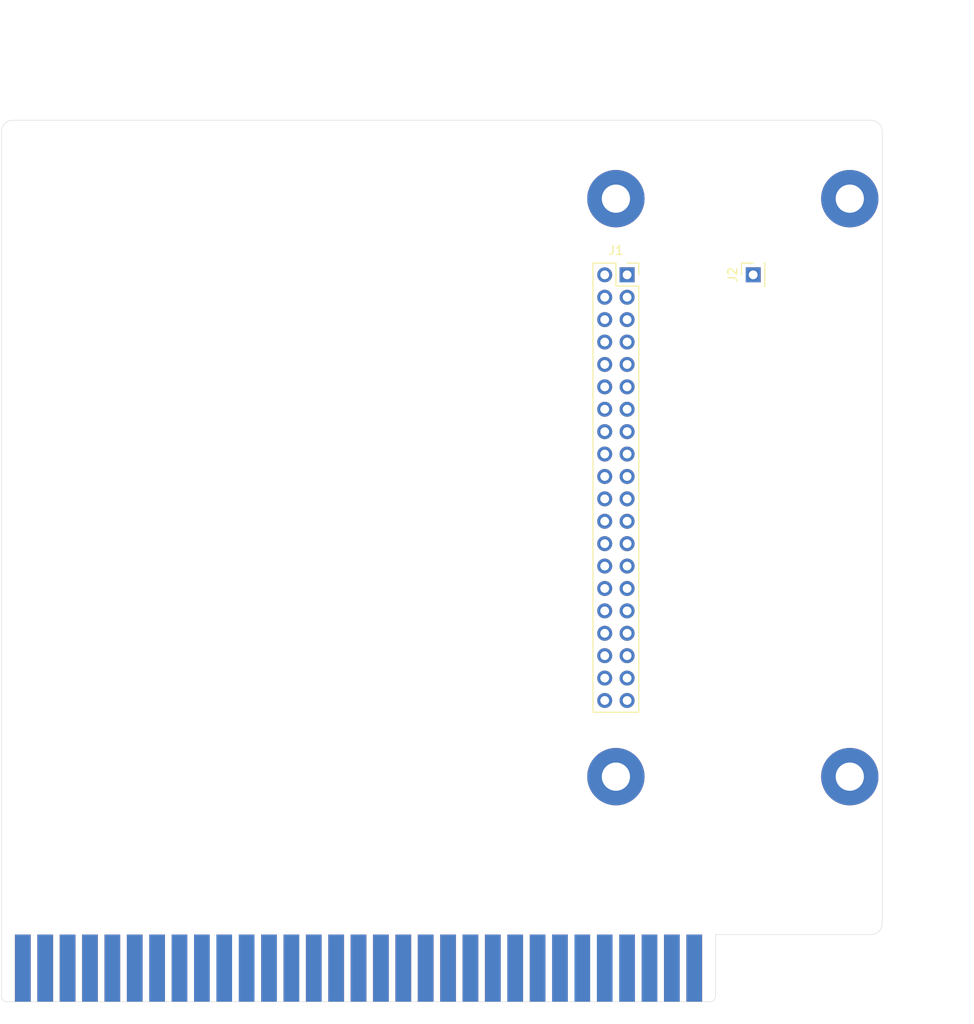
<source format=kicad_pcb>
(kicad_pcb (version 20171130) (host pcbnew "(5.1.9)-1")

  (general
    (thickness 1.6)
    (drawings 26)
    (tracks 0)
    (zones 0)
    (modules 7)
    (nets 104)
  )

  (page A4)
  (layers
    (0 F.Cu signal)
    (31 B.Cu signal)
    (32 B.Adhes user)
    (33 F.Adhes user)
    (34 B.Paste user)
    (35 F.Paste user)
    (36 B.SilkS user)
    (37 F.SilkS user)
    (38 B.Mask user)
    (39 F.Mask user)
    (40 Dwgs.User user)
    (41 Cmts.User user)
    (42 Eco1.User user)
    (43 Eco2.User user)
    (44 Edge.Cuts user)
    (45 Margin user)
    (46 B.CrtYd user)
    (47 F.CrtYd user)
    (48 B.Fab user)
    (49 F.Fab user)
  )

  (setup
    (last_trace_width 0.25)
    (trace_clearance 0.2)
    (zone_clearance 0.508)
    (zone_45_only no)
    (trace_min 0.2)
    (via_size 0.8)
    (via_drill 0.4)
    (via_min_size 0.4)
    (via_min_drill 0.3)
    (uvia_size 0.3)
    (uvia_drill 0.1)
    (uvias_allowed no)
    (uvia_min_size 0.2)
    (uvia_min_drill 0.1)
    (edge_width 0.05)
    (segment_width 0.2)
    (pcb_text_width 0.3)
    (pcb_text_size 1.5 1.5)
    (mod_edge_width 0.12)
    (mod_text_size 1 1)
    (mod_text_width 0.15)
    (pad_size 6.5 6.5)
    (pad_drill 3.2)
    (pad_to_mask_clearance 0)
    (aux_axis_origin 0 0)
    (visible_elements 7FFFFFFF)
    (pcbplotparams
      (layerselection 0x010fc_ffffffff)
      (usegerberextensions false)
      (usegerberattributes true)
      (usegerberadvancedattributes true)
      (creategerberjobfile true)
      (excludeedgelayer true)
      (linewidth 0.100000)
      (plotframeref false)
      (viasonmask false)
      (mode 1)
      (useauxorigin false)
      (hpglpennumber 1)
      (hpglpenspeed 20)
      (hpglpendiameter 15.000000)
      (psnegative false)
      (psa4output false)
      (plotreference true)
      (plotvalue true)
      (plotinvisibletext false)
      (padsonsilk false)
      (subtractmaskfromsilk false)
      (outputformat 1)
      (mirror false)
      (drillshape 1)
      (scaleselection 1)
      (outputdirectory ""))
  )

  (net 0 "")
  (net 1 "Net-(J1-Pad8)")
  (net 2 A00)
  (net 3 A01)
  (net 4 A02)
  (net 5 A03)
  (net 6 A04)
  (net 7 A05)
  (net 8 A06)
  (net 9 A07)
  (net 10 A08)
  (net 11 A09)
  (net 12 A10)
  (net 13 A11)
  (net 14 A12)
  (net 15 A13)
  (net 16 A14)
  (net 17 A15)
  (net 18 A16)
  (net 19 A17)
  (net 20 A18)
  (net 21 A19)
  (net 22 AEN)
  (net 23 IOCHRDY)
  (net 24 D0)
  (net 25 D1)
  (net 26 D2)
  (net 27 D3)
  (net 28 D4)
  (net 29 D5)
  (net 30 D6)
  (net 31 D7)
  (net 32 ~IO_CH_CK)
  (net 33 GND)
  (net 34 OSC)
  (net 35 VCC)
  (net 36 ALE)
  (net 37 TC)
  (net 38 ~DACK2)
  (net 39 IRQ3)
  (net 40 IRQ4)
  (net 41 IRQ5)
  (net 42 IRQ6)
  (net 43 IRQ7)
  (net 44 CLK)
  (net 45 ~DACK0)
  (net 46 DRQ1)
  (net 47 ~DACK1)
  (net 48 DRQ3)
  (net 49 ~DACK3)
  (net 50 ~IOR)
  (net 51 ~IOW)
  (net 52 ~MEMR)
  (net 53 ~MEMW)
  (net 54 +12V)
  (net 55 -12V)
  (net 56 DRQ2)
  (net 57 -5V)
  (net 58 IRQ2)
  (net 59 RESET)
  (net 60 "Net-(J1-Pad40)")
  (net 61 "Net-(J1-Pad39)")
  (net 62 "Net-(J1-Pad38)")
  (net 63 "Net-(J1-Pad37)")
  (net 64 "Net-(J1-Pad36)")
  (net 65 "Net-(J1-Pad35)")
  (net 66 "Net-(J1-Pad34)")
  (net 67 "Net-(J1-Pad33)")
  (net 68 "Net-(J1-Pad32)")
  (net 69 "Net-(J1-Pad31)")
  (net 70 "Net-(J1-Pad30)")
  (net 71 "Net-(J1-Pad29)")
  (net 72 "Net-(J1-Pad28)")
  (net 73 "Net-(J1-Pad27)")
  (net 74 "Net-(J1-Pad26)")
  (net 75 "Net-(J1-Pad25)")
  (net 76 "Net-(J1-Pad24)")
  (net 77 "Net-(J1-Pad23)")
  (net 78 "Net-(J1-Pad22)")
  (net 79 "Net-(J1-Pad21)")
  (net 80 "Net-(J1-Pad20)")
  (net 81 "Net-(J1-Pad19)")
  (net 82 "Net-(J1-Pad18)")
  (net 83 "Net-(J1-Pad17)")
  (net 84 "Net-(J1-Pad16)")
  (net 85 "Net-(J1-Pad15)")
  (net 86 "Net-(J1-Pad14)")
  (net 87 "Net-(J1-Pad13)")
  (net 88 "Net-(J1-Pad12)")
  (net 89 "Net-(J1-Pad11)")
  (net 90 "Net-(J1-Pad10)")
  (net 91 "Net-(J1-Pad9)")
  (net 92 "Net-(J1-Pad7)")
  (net 93 "Net-(J1-Pad6)")
  (net 94 "Net-(J1-Pad5)")
  (net 95 "Net-(J1-Pad4)")
  (net 96 "Net-(J1-Pad3)")
  (net 97 "Net-(J1-Pad2)")
  (net 98 "Net-(J1-Pad1)")
  (net 99 "Net-(J3-Pad8)")
  (net 100 "Net-(H1-Pad1)")
  (net 101 "Net-(H2-Pad1)")
  (net 102 "Net-(H3-Pad1)")
  (net 103 "Net-(H4-Pad1)")

  (net_class Default "This is the default net class."
    (clearance 0.2)
    (trace_width 0.25)
    (via_dia 0.8)
    (via_drill 0.4)
    (uvia_dia 0.3)
    (uvia_drill 0.1)
    (add_net +12V)
    (add_net -12V)
    (add_net -5V)
    (add_net A00)
    (add_net A01)
    (add_net A02)
    (add_net A03)
    (add_net A04)
    (add_net A05)
    (add_net A06)
    (add_net A07)
    (add_net A08)
    (add_net A09)
    (add_net A10)
    (add_net A11)
    (add_net A12)
    (add_net A13)
    (add_net A14)
    (add_net A15)
    (add_net A16)
    (add_net A17)
    (add_net A18)
    (add_net A19)
    (add_net AEN)
    (add_net ALE)
    (add_net CLK)
    (add_net D0)
    (add_net D1)
    (add_net D2)
    (add_net D3)
    (add_net D4)
    (add_net D5)
    (add_net D6)
    (add_net D7)
    (add_net DRQ1)
    (add_net DRQ2)
    (add_net DRQ3)
    (add_net GND)
    (add_net IOCHRDY)
    (add_net IRQ2)
    (add_net IRQ3)
    (add_net IRQ4)
    (add_net IRQ5)
    (add_net IRQ6)
    (add_net IRQ7)
    (add_net "Net-(H1-Pad1)")
    (add_net "Net-(H2-Pad1)")
    (add_net "Net-(H3-Pad1)")
    (add_net "Net-(H4-Pad1)")
    (add_net "Net-(J1-Pad1)")
    (add_net "Net-(J1-Pad10)")
    (add_net "Net-(J1-Pad11)")
    (add_net "Net-(J1-Pad12)")
    (add_net "Net-(J1-Pad13)")
    (add_net "Net-(J1-Pad14)")
    (add_net "Net-(J1-Pad15)")
    (add_net "Net-(J1-Pad16)")
    (add_net "Net-(J1-Pad17)")
    (add_net "Net-(J1-Pad18)")
    (add_net "Net-(J1-Pad19)")
    (add_net "Net-(J1-Pad2)")
    (add_net "Net-(J1-Pad20)")
    (add_net "Net-(J1-Pad21)")
    (add_net "Net-(J1-Pad22)")
    (add_net "Net-(J1-Pad23)")
    (add_net "Net-(J1-Pad24)")
    (add_net "Net-(J1-Pad25)")
    (add_net "Net-(J1-Pad26)")
    (add_net "Net-(J1-Pad27)")
    (add_net "Net-(J1-Pad28)")
    (add_net "Net-(J1-Pad29)")
    (add_net "Net-(J1-Pad3)")
    (add_net "Net-(J1-Pad30)")
    (add_net "Net-(J1-Pad31)")
    (add_net "Net-(J1-Pad32)")
    (add_net "Net-(J1-Pad33)")
    (add_net "Net-(J1-Pad34)")
    (add_net "Net-(J1-Pad35)")
    (add_net "Net-(J1-Pad36)")
    (add_net "Net-(J1-Pad37)")
    (add_net "Net-(J1-Pad38)")
    (add_net "Net-(J1-Pad39)")
    (add_net "Net-(J1-Pad4)")
    (add_net "Net-(J1-Pad40)")
    (add_net "Net-(J1-Pad5)")
    (add_net "Net-(J1-Pad6)")
    (add_net "Net-(J1-Pad7)")
    (add_net "Net-(J1-Pad8)")
    (add_net "Net-(J1-Pad9)")
    (add_net "Net-(J3-Pad8)")
    (add_net OSC)
    (add_net RESET)
    (add_net TC)
    (add_net VCC)
    (add_net ~DACK0)
    (add_net ~DACK1)
    (add_net ~DACK2)
    (add_net ~DACK3)
    (add_net ~IOR)
    (add_net ~IOW)
    (add_net ~IO_CH_CK)
    (add_net ~MEMR)
    (add_net ~MEMW)
  )

  (module Connector_PinSocket_2.54mm:PinSocket_1x01_P2.54mm_Vertical (layer F.Cu) (tedit 5A19A434) (tstamp 603E374D)
    (at 181.951 59.817 90)
    (descr "Through hole straight socket strip, 1x01, 2.54mm pitch, single row (from Kicad 4.0.7), script generated")
    (tags "Through hole socket strip THT 1x01 2.54mm single row")
    (path /603ED503)
    (fp_text reference J2 (at 0 -2.33 90) (layer F.SilkS)
      (effects (font (size 1 1) (thickness 0.15)))
    )
    (fp_text value "CF Adapter Power" (at 0 4.87 90) (layer F.Fab)
      (effects (font (size 1 1) (thickness 0.15)))
    )
    (fp_text user %R (at 0 1.27) (layer F.Fab)
      (effects (font (size 1 1) (thickness 0.15)))
    )
    (fp_line (start -1.27 -1.27) (end 0.635 -1.27) (layer F.Fab) (width 0.1))
    (fp_line (start 0.635 -1.27) (end 1.27 -0.635) (layer F.Fab) (width 0.1))
    (fp_line (start 1.27 -0.635) (end 1.27 1.27) (layer F.Fab) (width 0.1))
    (fp_line (start 1.27 1.27) (end -1.27 1.27) (layer F.Fab) (width 0.1))
    (fp_line (start -1.27 1.27) (end -1.27 -1.27) (layer F.Fab) (width 0.1))
    (fp_line (start -1.33 1.33) (end 1.33 1.33) (layer F.SilkS) (width 0.12))
    (fp_line (start -1.33 1.21) (end -1.33 1.33) (layer F.SilkS) (width 0.12))
    (fp_line (start 1.33 1.21) (end 1.33 1.33) (layer F.SilkS) (width 0.12))
    (fp_line (start 1.33 -1.33) (end 1.33 0) (layer F.SilkS) (width 0.12))
    (fp_line (start 0 -1.33) (end 1.33 -1.33) (layer F.SilkS) (width 0.12))
    (fp_line (start -1.8 -1.8) (end 1.75 -1.8) (layer F.CrtYd) (width 0.05))
    (fp_line (start 1.75 -1.8) (end 1.75 1.75) (layer F.CrtYd) (width 0.05))
    (fp_line (start 1.75 1.75) (end -1.8 1.75) (layer F.CrtYd) (width 0.05))
    (fp_line (start -1.8 1.75) (end -1.8 -1.8) (layer F.CrtYd) (width 0.05))
    (pad 1 thru_hole rect (at 0 0 90) (size 1.7 1.7) (drill 1) (layers *.Cu *.Mask)
      (net 35 VCC))
    (model ${KISYS3DMOD}/Connector_PinSocket_2.54mm.3dshapes/PinSocket_1x01_P2.54mm_Vertical.wrl
      (at (xyz 0 0 0))
      (scale (xyz 1 1 1))
      (rotate (xyz 0 0 0))
    )
  )

  (module Connector_PinSocket_2.54mm:PinSocket_2x20_P2.54mm_Vertical (layer F.Cu) (tedit 5A19A433) (tstamp 603A9195)
    (at 167.64 59.817)
    (descr "Through hole straight socket strip, 2x20, 2.54mm pitch, double cols (from Kicad 4.0.7), script generated")
    (tags "Through hole socket strip THT 2x20 2.54mm double row")
    (path /603E88FA)
    (fp_text reference J1 (at -1.27 -2.77) (layer F.SilkS)
      (effects (font (size 1 1) (thickness 0.15)))
    )
    (fp_text value IDE_CONNECTOR (at -5.08 24.003 90) (layer F.Fab)
      (effects (font (size 1 1) (thickness 0.15)))
    )
    (fp_line (start -3.81 -1.27) (end 0.27 -1.27) (layer F.Fab) (width 0.1))
    (fp_line (start 0.27 -1.27) (end 1.27 -0.27) (layer F.Fab) (width 0.1))
    (fp_line (start 1.27 -0.27) (end 1.27 49.53) (layer F.Fab) (width 0.1))
    (fp_line (start 1.27 49.53) (end -3.81 49.53) (layer F.Fab) (width 0.1))
    (fp_line (start -3.81 49.53) (end -3.81 -1.27) (layer F.Fab) (width 0.1))
    (fp_line (start -3.87 -1.33) (end -1.27 -1.33) (layer F.SilkS) (width 0.12))
    (fp_line (start -3.87 -1.33) (end -3.87 49.59) (layer F.SilkS) (width 0.12))
    (fp_line (start -3.87 49.59) (end 1.33 49.59) (layer F.SilkS) (width 0.12))
    (fp_line (start 1.33 1.27) (end 1.33 49.59) (layer F.SilkS) (width 0.12))
    (fp_line (start -1.27 1.27) (end 1.33 1.27) (layer F.SilkS) (width 0.12))
    (fp_line (start -1.27 -1.33) (end -1.27 1.27) (layer F.SilkS) (width 0.12))
    (fp_line (start 1.33 -1.33) (end 1.33 0) (layer F.SilkS) (width 0.12))
    (fp_line (start 0 -1.33) (end 1.33 -1.33) (layer F.SilkS) (width 0.12))
    (fp_line (start -4.34 -1.8) (end 1.76 -1.8) (layer F.CrtYd) (width 0.05))
    (fp_line (start 1.76 -1.8) (end 1.76 50) (layer F.CrtYd) (width 0.05))
    (fp_line (start 1.76 50) (end -4.34 50) (layer F.CrtYd) (width 0.05))
    (fp_line (start -4.34 50) (end -4.34 -1.8) (layer F.CrtYd) (width 0.05))
    (fp_text user %R (at -1.27 24.13 90) (layer F.Fab)
      (effects (font (size 1 1) (thickness 0.15)))
    )
    (pad 40 thru_hole oval (at -2.54 48.26) (size 1.7 1.7) (drill 1) (layers *.Cu *.Mask)
      (net 60 "Net-(J1-Pad40)"))
    (pad 39 thru_hole oval (at 0 48.26) (size 1.7 1.7) (drill 1) (layers *.Cu *.Mask)
      (net 61 "Net-(J1-Pad39)"))
    (pad 38 thru_hole oval (at -2.54 45.72) (size 1.7 1.7) (drill 1) (layers *.Cu *.Mask)
      (net 62 "Net-(J1-Pad38)"))
    (pad 37 thru_hole oval (at 0 45.72) (size 1.7 1.7) (drill 1) (layers *.Cu *.Mask)
      (net 63 "Net-(J1-Pad37)"))
    (pad 36 thru_hole oval (at -2.54 43.18) (size 1.7 1.7) (drill 1) (layers *.Cu *.Mask)
      (net 64 "Net-(J1-Pad36)"))
    (pad 35 thru_hole oval (at 0 43.18) (size 1.7 1.7) (drill 1) (layers *.Cu *.Mask)
      (net 65 "Net-(J1-Pad35)"))
    (pad 34 thru_hole oval (at -2.54 40.64) (size 1.7 1.7) (drill 1) (layers *.Cu *.Mask)
      (net 66 "Net-(J1-Pad34)"))
    (pad 33 thru_hole oval (at 0 40.64) (size 1.7 1.7) (drill 1) (layers *.Cu *.Mask)
      (net 67 "Net-(J1-Pad33)"))
    (pad 32 thru_hole oval (at -2.54 38.1) (size 1.7 1.7) (drill 1) (layers *.Cu *.Mask)
      (net 68 "Net-(J1-Pad32)"))
    (pad 31 thru_hole oval (at 0 38.1) (size 1.7 1.7) (drill 1) (layers *.Cu *.Mask)
      (net 69 "Net-(J1-Pad31)"))
    (pad 30 thru_hole oval (at -2.54 35.56) (size 1.7 1.7) (drill 1) (layers *.Cu *.Mask)
      (net 70 "Net-(J1-Pad30)"))
    (pad 29 thru_hole oval (at 0 35.56) (size 1.7 1.7) (drill 1) (layers *.Cu *.Mask)
      (net 71 "Net-(J1-Pad29)"))
    (pad 28 thru_hole oval (at -2.54 33.02) (size 1.7 1.7) (drill 1) (layers *.Cu *.Mask)
      (net 72 "Net-(J1-Pad28)"))
    (pad 27 thru_hole oval (at 0 33.02) (size 1.7 1.7) (drill 1) (layers *.Cu *.Mask)
      (net 73 "Net-(J1-Pad27)"))
    (pad 26 thru_hole oval (at -2.54 30.48) (size 1.7 1.7) (drill 1) (layers *.Cu *.Mask)
      (net 74 "Net-(J1-Pad26)"))
    (pad 25 thru_hole oval (at 0 30.48) (size 1.7 1.7) (drill 1) (layers *.Cu *.Mask)
      (net 75 "Net-(J1-Pad25)"))
    (pad 24 thru_hole oval (at -2.54 27.94) (size 1.7 1.7) (drill 1) (layers *.Cu *.Mask)
      (net 76 "Net-(J1-Pad24)"))
    (pad 23 thru_hole oval (at 0 27.94) (size 1.7 1.7) (drill 1) (layers *.Cu *.Mask)
      (net 77 "Net-(J1-Pad23)"))
    (pad 22 thru_hole oval (at -2.54 25.4) (size 1.7 1.7) (drill 1) (layers *.Cu *.Mask)
      (net 78 "Net-(J1-Pad22)"))
    (pad 21 thru_hole oval (at 0 25.4) (size 1.7 1.7) (drill 1) (layers *.Cu *.Mask)
      (net 79 "Net-(J1-Pad21)"))
    (pad 20 thru_hole oval (at -2.54 22.86) (size 1.7 1.7) (drill 1) (layers *.Cu *.Mask)
      (net 80 "Net-(J1-Pad20)"))
    (pad 19 thru_hole oval (at 0 22.86) (size 1.7 1.7) (drill 1) (layers *.Cu *.Mask)
      (net 81 "Net-(J1-Pad19)"))
    (pad 18 thru_hole oval (at -2.54 20.32) (size 1.7 1.7) (drill 1) (layers *.Cu *.Mask)
      (net 82 "Net-(J1-Pad18)"))
    (pad 17 thru_hole oval (at 0 20.32) (size 1.7 1.7) (drill 1) (layers *.Cu *.Mask)
      (net 83 "Net-(J1-Pad17)"))
    (pad 16 thru_hole oval (at -2.54 17.78) (size 1.7 1.7) (drill 1) (layers *.Cu *.Mask)
      (net 84 "Net-(J1-Pad16)"))
    (pad 15 thru_hole oval (at 0 17.78) (size 1.7 1.7) (drill 1) (layers *.Cu *.Mask)
      (net 85 "Net-(J1-Pad15)"))
    (pad 14 thru_hole oval (at -2.54 15.24) (size 1.7 1.7) (drill 1) (layers *.Cu *.Mask)
      (net 86 "Net-(J1-Pad14)"))
    (pad 13 thru_hole oval (at 0 15.24) (size 1.7 1.7) (drill 1) (layers *.Cu *.Mask)
      (net 87 "Net-(J1-Pad13)"))
    (pad 12 thru_hole oval (at -2.54 12.7) (size 1.7 1.7) (drill 1) (layers *.Cu *.Mask)
      (net 88 "Net-(J1-Pad12)"))
    (pad 11 thru_hole oval (at 0 12.7) (size 1.7 1.7) (drill 1) (layers *.Cu *.Mask)
      (net 89 "Net-(J1-Pad11)"))
    (pad 10 thru_hole oval (at -2.54 10.16) (size 1.7 1.7) (drill 1) (layers *.Cu *.Mask)
      (net 90 "Net-(J1-Pad10)"))
    (pad 9 thru_hole oval (at 0 10.16) (size 1.7 1.7) (drill 1) (layers *.Cu *.Mask)
      (net 91 "Net-(J1-Pad9)"))
    (pad 8 thru_hole oval (at -2.54 7.62) (size 1.7 1.7) (drill 1) (layers *.Cu *.Mask)
      (net 1 "Net-(J1-Pad8)"))
    (pad 7 thru_hole oval (at 0 7.62) (size 1.7 1.7) (drill 1) (layers *.Cu *.Mask)
      (net 92 "Net-(J1-Pad7)"))
    (pad 6 thru_hole oval (at -2.54 5.08) (size 1.7 1.7) (drill 1) (layers *.Cu *.Mask)
      (net 93 "Net-(J1-Pad6)"))
    (pad 5 thru_hole oval (at 0 5.08) (size 1.7 1.7) (drill 1) (layers *.Cu *.Mask)
      (net 94 "Net-(J1-Pad5)"))
    (pad 4 thru_hole oval (at -2.54 2.54) (size 1.7 1.7) (drill 1) (layers *.Cu *.Mask)
      (net 95 "Net-(J1-Pad4)"))
    (pad 3 thru_hole oval (at 0 2.54) (size 1.7 1.7) (drill 1) (layers *.Cu *.Mask)
      (net 96 "Net-(J1-Pad3)"))
    (pad 2 thru_hole oval (at -2.54 0) (size 1.7 1.7) (drill 1) (layers *.Cu *.Mask)
      (net 97 "Net-(J1-Pad2)"))
    (pad 1 thru_hole rect (at 0 0) (size 1.7 1.7) (drill 1) (layers *.Cu *.Mask)
      (net 98 "Net-(J1-Pad1)"))
    (model ${KISYS3DMOD}/Connector_PinSocket_2.54mm.3dshapes/PinSocket_2x20_P2.54mm_Vertical.wrl
      (at (xyz 0 0 0))
      (scale (xyz 1 1 1))
      (rotate (xyz 0 0 0))
    )
  )

  (module MountingHole:MountingHole_3.5mm_Pad (layer F.Cu) (tedit 608FA809) (tstamp 603AC109)
    (at 166.37 116.713)
    (descr "Mounting Hole 3.5mm")
    (tags "mounting hole 3.5mm")
    (path /608FD8F9)
    (attr virtual)
    (fp_text reference H3 (at 0 -4.5) (layer F.SilkS) hide
      (effects (font (size 1 1) (thickness 0.15)))
    )
    (fp_text value MountingHole_Pad (at 5.08 0) (layer F.Fab)
      (effects (font (size 1 1) (thickness 0.15)))
    )
    (fp_circle (center 0 0) (end 3.75 0) (layer F.CrtYd) (width 0.05))
    (fp_text user %R (at 0.3 0) (layer F.Fab)
      (effects (font (size 1 1) (thickness 0.15)))
    )
    (pad 1 thru_hole circle (at 0 0) (size 6.5 6.5) (drill 3.2) (layers *.Cu *.Mask)
      (net 102 "Net-(H3-Pad1)"))
  )

  (module MountingHole:MountingHole_3.5mm_Pad (layer F.Cu) (tedit 608FA801) (tstamp 603AC1C0)
    (at 166.37 51.181)
    (descr "Mounting Hole 3.5mm")
    (tags "mounting hole 3.5mm")
    (path /608FC9D0)
    (attr virtual)
    (fp_text reference H1 (at 0 -4.5) (layer F.SilkS) hide
      (effects (font (size 1 1) (thickness 0.15)))
    )
    (fp_text value MountingHole_Pad (at 5.08 0) (layer F.Fab)
      (effects (font (size 1 1) (thickness 0.15)))
    )
    (fp_circle (center 0 0) (end 3.75 0) (layer F.CrtYd) (width 0.05))
    (fp_text user %R (at 0.3 0) (layer F.Fab)
      (effects (font (size 1 1) (thickness 0.15)))
    )
    (pad 1 thru_hole circle (at 0 0) (size 6.5 6.5) (drill 3.2) (layers *.Cu *.Mask)
      (net 100 "Net-(H1-Pad1)"))
  )

  (module MountingHole:MountingHole_3.5mm_Pad (layer F.Cu) (tedit 608FA80C) (tstamp 603AC1B2)
    (at 192.913 116.713)
    (descr "Mounting Hole 3.5mm")
    (tags "mounting hole 3.5mm")
    (path /608FDAF1)
    (attr virtual)
    (fp_text reference H4 (at 0 -4.5) (layer F.SilkS) hide
      (effects (font (size 1 1) (thickness 0.15)))
    )
    (fp_text value MountingHole_Pad (at 5.08 0) (layer F.Fab)
      (effects (font (size 1 1) (thickness 0.15)))
    )
    (fp_circle (center 0 0) (end 3.75 0) (layer F.CrtYd) (width 0.05))
    (fp_text user %R (at 0.3 0) (layer F.Fab)
      (effects (font (size 1 1) (thickness 0.15)))
    )
    (pad 1 thru_hole circle (at 0 0) (size 6.5 6.5) (drill 3.2) (layers *.Cu *.Mask)
      (net 103 "Net-(H4-Pad1)"))
  )

  (module MountingHole:MountingHole_3.5mm_Pad (layer F.Cu) (tedit 608FA805) (tstamp 603AC1CE)
    (at 192.913 51.181)
    (descr "Mounting Hole 3.5mm")
    (tags "mounting hole 3.5mm")
    (path /608FD692)
    (attr virtual)
    (fp_text reference H2 (at 0 -4.5) (layer Dwgs.User)
      (effects (font (size 1 1) (thickness 0.15)))
    )
    (fp_text value MountingHole_Pad (at 5.08 0) (layer F.Fab)
      (effects (font (size 1 1) (thickness 0.15)))
    )
    (fp_circle (center 0 0) (end 3.75 0) (layer F.CrtYd) (width 0.05))
    (fp_text user %R (at 0.3 0) (layer F.Fab)
      (effects (font (size 1 1) (thickness 0.15)))
    )
    (pad 1 thru_hole circle (at 0 0) (size 6.5 6.5) (drill 3.2) (layers *.Cu *.Mask)
      (net 101 "Net-(H2-Pad1)"))
  )

  (module 00Custom:BUS_XT (layer F.Cu) (tedit 603A0233) (tstamp 603A5B9E)
    (at 175.26 138.43)
    (descr "AT ISA 16 bits Bus Edge Connector")
    (tags "BUS ISA AT Edge connector")
    (path /6039F90B)
    (attr virtual)
    (fp_text reference J3 (at -40.767 5.461) (layer F.SilkS) hide
      (effects (font (size 1 1) (thickness 0.15)))
    )
    (fp_text value Bus_ISA_8bit (at -34.036 5.461) (layer F.Fab)
      (effects (font (size 1 1) (thickness 0.15)))
    )
    (fp_text user %R (at -64.77 -0.635) (layer F.Fab)
      (effects (font (size 1 1) (thickness 0.15)))
    )
    (pad 62 connect rect (at -76.2 0) (size 1.78 7.62) (layers F.Cu F.Mask)
      (net 2 A00))
    (pad 61 connect rect (at -73.66 0) (size 1.78 7.62) (layers F.Cu F.Mask)
      (net 3 A01))
    (pad 60 connect rect (at -71.12 0) (size 1.78 7.62) (layers F.Cu F.Mask)
      (net 4 A02))
    (pad 59 connect rect (at -68.58 0) (size 1.78 7.62) (layers F.Cu F.Mask)
      (net 5 A03))
    (pad 58 connect rect (at -66.04 0) (size 1.78 7.62) (layers F.Cu F.Mask)
      (net 6 A04))
    (pad 57 connect rect (at -63.5 0) (size 1.78 7.62) (layers F.Cu F.Mask)
      (net 7 A05))
    (pad 56 connect rect (at -60.96 0) (size 1.78 7.62) (layers F.Cu F.Mask)
      (net 8 A06))
    (pad 55 connect rect (at -58.42 0) (size 1.78 7.62) (layers F.Cu F.Mask)
      (net 9 A07))
    (pad 54 connect rect (at -55.88 0) (size 1.78 7.62) (layers F.Cu F.Mask)
      (net 10 A08))
    (pad 53 connect rect (at -53.34 0) (size 1.78 7.62) (layers F.Cu F.Mask)
      (net 11 A09))
    (pad 52 connect rect (at -50.8 0) (size 1.78 7.62) (layers F.Cu F.Mask)
      (net 12 A10))
    (pad 51 connect rect (at -48.26 0) (size 1.78 7.62) (layers F.Cu F.Mask)
      (net 13 A11))
    (pad 50 connect rect (at -45.72 0) (size 1.78 7.62) (layers F.Cu F.Mask)
      (net 14 A12))
    (pad 49 connect rect (at -43.18 0) (size 1.78 7.62) (layers F.Cu F.Mask)
      (net 15 A13))
    (pad 48 connect rect (at -40.64 0) (size 1.78 7.62) (layers F.Cu F.Mask)
      (net 16 A14))
    (pad 47 connect rect (at -38.1 0) (size 1.78 7.62) (layers F.Cu F.Mask)
      (net 17 A15))
    (pad 46 connect rect (at -35.56 0) (size 1.78 7.62) (layers F.Cu F.Mask)
      (net 18 A16))
    (pad 45 connect rect (at -33.02 0) (size 1.78 7.62) (layers F.Cu F.Mask)
      (net 19 A17))
    (pad 44 connect rect (at -30.48 0) (size 1.78 7.62) (layers F.Cu F.Mask)
      (net 20 A18))
    (pad 43 connect rect (at -27.94 0) (size 1.78 7.62) (layers F.Cu F.Mask)
      (net 21 A19))
    (pad 42 connect rect (at -25.4 0) (size 1.78 7.62) (layers F.Cu F.Mask)
      (net 22 AEN))
    (pad 41 connect rect (at -22.86 0) (size 1.78 7.62) (layers F.Cu F.Mask)
      (net 23 IOCHRDY))
    (pad 40 connect rect (at -20.32 0) (size 1.78 7.62) (layers F.Cu F.Mask)
      (net 24 D0))
    (pad 39 connect rect (at -17.78 0) (size 1.78 7.62) (layers F.Cu F.Mask)
      (net 25 D1))
    (pad 38 connect rect (at -15.24 0) (size 1.78 7.62) (layers F.Cu F.Mask)
      (net 26 D2))
    (pad 37 connect rect (at -12.7 0) (size 1.78 7.62) (layers F.Cu F.Mask)
      (net 27 D3))
    (pad 36 connect rect (at -10.16 0) (size 1.78 7.62) (layers F.Cu F.Mask)
      (net 28 D4))
    (pad 35 connect rect (at -7.62 0) (size 1.78 7.62) (layers F.Cu F.Mask)
      (net 29 D5))
    (pad 34 connect rect (at -5.08 0) (size 1.78 7.62) (layers F.Cu F.Mask)
      (net 30 D6))
    (pad 33 connect rect (at -2.54 0) (size 1.78 7.62) (layers F.Cu F.Mask)
      (net 31 D7))
    (pad 32 connect rect (at 0 0) (size 1.78 7.62) (layers F.Cu F.Mask)
      (net 32 ~IO_CH_CK))
    (pad 31 connect rect (at -76.2 0) (size 1.78 7.62) (layers B.Cu B.Mask)
      (net 33 GND))
    (pad 30 connect rect (at -73.66 0) (size 1.78 7.62) (layers B.Cu B.Mask)
      (net 34 OSC))
    (pad 29 connect rect (at -71.12 0) (size 1.78 7.62) (layers B.Cu B.Mask)
      (net 35 VCC))
    (pad 28 connect rect (at -68.58 0) (size 1.78 7.62) (layers B.Cu B.Mask)
      (net 36 ALE))
    (pad 27 connect rect (at -66.04 0) (size 1.78 7.62) (layers B.Cu B.Mask)
      (net 37 TC))
    (pad 26 connect rect (at -63.5 0) (size 1.78 7.62) (layers B.Cu B.Mask)
      (net 38 ~DACK2))
    (pad 25 connect rect (at -60.96 0) (size 1.78 7.62) (layers B.Cu B.Mask)
      (net 39 IRQ3))
    (pad 24 connect rect (at -58.42 0) (size 1.78 7.62) (layers B.Cu B.Mask)
      (net 40 IRQ4))
    (pad 23 connect rect (at -55.88 0) (size 1.78 7.62) (layers B.Cu B.Mask)
      (net 41 IRQ5))
    (pad 22 connect rect (at -53.34 0) (size 1.78 7.62) (layers B.Cu B.Mask)
      (net 42 IRQ6))
    (pad 21 connect rect (at -50.8 0) (size 1.78 7.62) (layers B.Cu B.Mask)
      (net 43 IRQ7))
    (pad 20 connect rect (at -48.26 0) (size 1.78 7.62) (layers B.Cu B.Mask)
      (net 44 CLK))
    (pad 19 connect rect (at -45.72 0) (size 1.78 7.62) (layers B.Cu B.Mask)
      (net 45 ~DACK0))
    (pad 18 connect rect (at -43.18 0) (size 1.78 7.62) (layers B.Cu B.Mask)
      (net 46 DRQ1))
    (pad 17 connect rect (at -40.64 0) (size 1.78 7.62) (layers B.Cu B.Mask)
      (net 47 ~DACK1))
    (pad 16 connect rect (at -38.1 0) (size 1.78 7.62) (layers B.Cu B.Mask)
      (net 48 DRQ3))
    (pad 15 connect rect (at -35.56 0) (size 1.78 7.62) (layers B.Cu B.Mask)
      (net 49 ~DACK3))
    (pad 14 connect rect (at -33.02 0) (size 1.78 7.62) (layers B.Cu B.Mask)
      (net 50 ~IOR))
    (pad 13 connect rect (at -30.48 0) (size 1.78 7.62) (layers B.Cu B.Mask)
      (net 51 ~IOW))
    (pad 12 connect rect (at -27.94 0) (size 1.78 7.62) (layers B.Cu B.Mask)
      (net 52 ~MEMR))
    (pad 11 connect rect (at -25.4 0) (size 1.78 7.62) (layers B.Cu B.Mask)
      (net 53 ~MEMW))
    (pad 10 connect rect (at -22.86 0) (size 1.78 7.62) (layers B.Cu B.Mask)
      (net 33 GND))
    (pad 9 connect rect (at -20.32 0) (size 1.78 7.62) (layers B.Cu B.Mask)
      (net 54 +12V))
    (pad 8 connect rect (at -17.78 0) (size 1.78 7.62) (layers B.Cu B.Mask)
      (net 99 "Net-(J3-Pad8)"))
    (pad 7 connect rect (at -15.24 0) (size 1.78 7.62) (layers B.Cu B.Mask)
      (net 55 -12V))
    (pad 6 connect rect (at -12.7 0) (size 1.78 7.62) (layers B.Cu B.Mask)
      (net 56 DRQ2))
    (pad 5 connect rect (at -10.16 0) (size 1.78 7.62) (layers B.Cu B.Mask)
      (net 57 -5V))
    (pad 4 connect rect (at -7.62 0) (size 1.78 7.62) (layers B.Cu B.Mask)
      (net 58 IRQ2))
    (pad 3 connect rect (at -5.08 0) (size 1.78 7.62) (layers B.Cu B.Mask)
      (net 35 VCC))
    (pad 2 connect rect (at -2.54 0) (size 1.78 7.62) (layers B.Cu B.Mask)
      (net 59 RESET))
    (pad 1 connect rect (at 0 0) (size 1.78 7.62) (layers B.Cu B.Mask)
      (net 33 GND))
  )

  (gr_line (start 201.273 134.62) (end 201.273 41.22) (layer Dwgs.User) (width 0.05) (tstamp 607C55EB))
  (gr_line (start 207.01 41.22) (end 207.01 41.91) (layer Dwgs.User) (width 0.05))
  (gr_line (start 201.273 41.22) (end 207.01 41.22) (layer Dwgs.User) (width 0.05) (tstamp 607C559E))
  (gr_line (start 201.973 41.92) (end 207.01 41.92) (layer Dwgs.User) (width 0.05))
  (gr_line (start 201.973 134.62) (end 201.973 41.92) (layer Dwgs.User) (width 0.05))
  (gr_text "Optional area\nthat can be \nincluded in the\nboard." (at 189.23 138.43) (layer Cmts.User)
    (effects (font (size 1 1) (thickness 0.15)))
  )
  (gr_text "ISA bus dimensions mostly taken from the \nIBM 5150 Technical Refererence Manual." (at 146.558 38.735) (layer Cmts.User)
    (effects (font (size 1 1) (thickness 0.15)))
  )
  (gr_text "The outline is aligned to 0.127mm grid and is sized to fit \nwithin the magic 100mm by 100mm size limit set by \ncertain PCB manufaturers for very inexpensive boards." (at 145.923 31.115) (layer Cmts.User)
    (effects (font (size 1 1) (thickness 0.15)))
  )
  (gr_poly (pts (xy 177.8 142.24) (xy 96.52 142.24) (xy 96.52 134.62) (xy 177.8 134.62)) (layer B.Mask) (width 0.1))
  (gr_poly (pts (xy 177.8 142.24) (xy 96.52 142.24) (xy 96.52 134.62) (xy 177.8 134.62)) (layer F.Mask) (width 0.1))
  (gr_line (start 196.596 43.561) (end 196.596 133.35) (layer Edge.Cuts) (width 0.05) (tstamp 603A6469))
  (gr_line (start 96.647 43.561) (end 96.647 141.605) (layer Edge.Cuts) (width 0.05) (tstamp 603A6467))
  (gr_line (start 97.282 142.24) (end 177.038 142.24) (layer Edge.Cuts) (width 0.05) (tstamp 603A6458))
  (gr_line (start 177.673 134.62) (end 195.326 134.62) (layer Edge.Cuts) (width 0.05) (tstamp 603A6457))
  (gr_line (start 195.326 42.291) (end 97.917 42.291) (layer Edge.Cuts) (width 0.05) (tstamp 603A6453))
  (gr_line (start 195.326 142.24) (end 183.515 142.24) (layer Dwgs.User) (width 0.05) (tstamp 603A644B))
  (gr_arc (start 195.326 140.97) (end 195.326 142.24) (angle -90) (layer Dwgs.User) (width 0.05))
  (gr_line (start 196.596 133.35) (end 196.596 140.97) (layer Dwgs.User) (width 0.05))
  (gr_arc (start 183.515 140.97) (end 182.245 140.97) (angle -90) (layer Dwgs.User) (width 0.05))
  (gr_line (start 182.245 134.62) (end 182.245 140.97) (layer Dwgs.User) (width 0.05))
  (gr_arc (start 195.326 43.561) (end 196.596 43.561) (angle -90) (layer Edge.Cuts) (width 0.05))
  (gr_arc (start 195.326 133.35) (end 195.326 134.62) (angle -90) (layer Edge.Cuts) (width 0.05))
  (gr_line (start 177.673 141.605) (end 177.673 134.62) (layer Edge.Cuts) (width 0.05))
  (gr_arc (start 97.917 43.561) (end 97.917 42.291) (angle -90) (layer Edge.Cuts) (width 0.05))
  (gr_arc (start 177.038 141.605) (end 177.038 142.24) (angle -90) (layer Edge.Cuts) (width 0.05))
  (gr_arc (start 97.282 141.605) (end 96.647 141.605) (angle -90) (layer Edge.Cuts) (width 0.05))

)

</source>
